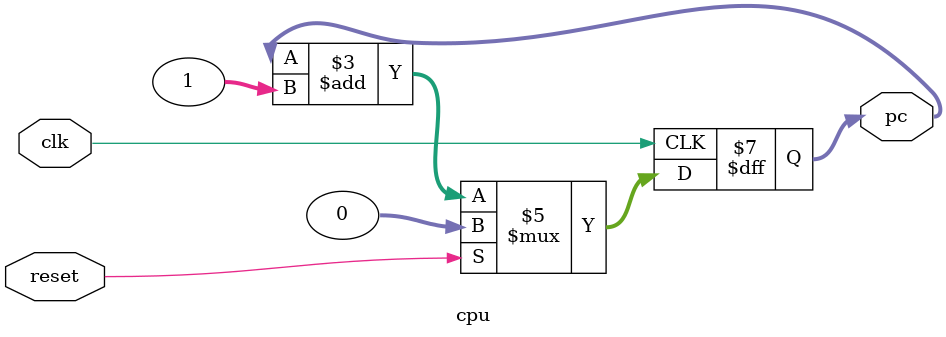
<source format=v>
`timescale 1ns / 1ps

module cpu(
    input clk,
    input reset,
    output reg[31:0] pc
);  
    always @(posedge clk) begin
        if (reset == 1)
            pc <= 0;
        else
            pc <= pc + 1;
    end
    
    
endmodule

</source>
